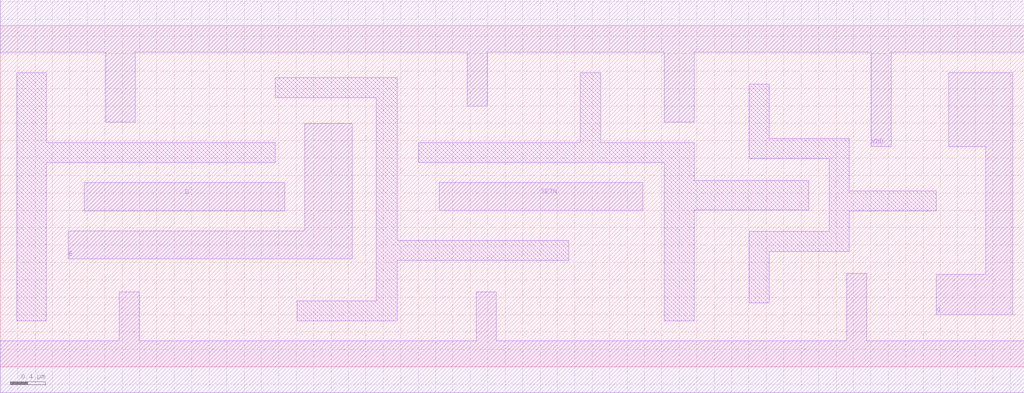
<source format=lef>
# Copyright 2022 GlobalFoundries PDK Authors
#
# Licensed under the Apache License, Version 2.0 (the "License");
# you may not use this file except in compliance with the License.
# You may obtain a copy of the License at
#
#      http://www.apache.org/licenses/LICENSE-2.0
#
# Unless required by applicable law or agreed to in writing, software
# distributed under the License is distributed on an "AS IS" BASIS,
# WITHOUT WARRANTIES OR CONDITIONS OF ANY KIND, either express or implied.
# See the License for the specific language governing permissions and
# limitations under the License.

MACRO gf180mcu_fd_sc_mcu7t5v0__latsnq_1
  CLASS core ;
  FOREIGN gf180mcu_fd_sc_mcu7t5v0__latsnq_1 0.0 0.0 ;
  ORIGIN 0 0 ;
  SYMMETRY X Y ;
  SITE GF018hv5v_mcu_sc7 ;
  SIZE 11.76 BY 3.92 ;
  PIN D
    DIRECTION INPUT ;
    ANTENNAGATEAREA 0.552 ;
    PORT
      LAYER METAL1 ;
        POLYGON 0.965 1.79 3.27 1.79 3.27 2.12 0.965 2.12  ;
    END
  END D
  PIN E
    DIRECTION INPUT ;
    USE clock ;
    ANTENNAGATEAREA 1.2935 ;
    PORT
      LAYER METAL1 ;
        POLYGON 0.78 1.24 4.045 1.24 4.045 2.795 3.5 2.795 3.5 1.56 0.78 1.56  ;
    END
  END E
  PIN SETN
    DIRECTION INPUT ;
    ANTENNAGATEAREA 0.7415 ;
    PORT
      LAYER METAL1 ;
        POLYGON 5.04 1.8 6.53 1.8 7.38 1.8 7.38 2.12 6.53 2.12 5.04 2.12  ;
    END
  END SETN
  PIN Q
    DIRECTION OUTPUT ;
    ANTENNADIFFAREA 0.8976 ;
    PORT
      LAYER METAL1 ;
        POLYGON 10.895 2.53 11.32 2.53 11.32 1.065 10.75 1.065 10.75 0.6 11.63 0.6 11.63 3.38 10.895 3.38  ;
    END
  END Q
  PIN VDD
    DIRECTION INOUT ;
    USE power ;
    SHAPE ABUTMENT ;
    PORT
      LAYER METAL1 ;
        POLYGON 0 3.62 1.21 3.62 1.21 2.815 1.55 2.815 1.55 3.62 3.16 3.62 5.365 3.62 5.365 3 5.595 3 5.595 3.62 7.63 3.62 7.63 2.815 7.97 2.815 7.97 3.62 10.005 3.62 10.005 2.53 10.235 2.53 10.235 3.62 10.75 3.62 11.76 3.62 11.76 4.22 10.75 4.22 3.16 4.22 0 4.22  ;
    END
  END VDD
  PIN VSS
    DIRECTION INOUT ;
    USE ground ;
    SHAPE ABUTMENT ;
    PORT
      LAYER METAL1 ;
        POLYGON 0 -0.3 11.76 -0.3 11.76 0.3 9.955 0.3 9.955 1.075 9.725 1.075 9.725 0.3 5.695 0.3 5.695 0.86 5.465 0.86 5.465 0.3 1.595 0.3 1.595 0.86 1.365 0.86 1.365 0.3 0 0.3  ;
    END
  END VSS
  OBS
      LAYER METAL1 ;
        POLYGON 0.19 0.53 0.53 0.53 0.53 2.35 3.16 2.35 3.16 2.58 0.53 2.58 0.53 3.38 0.19 3.38  ;
        POLYGON 3.16 3.095 4.32 3.095 4.32 0.76 3.41 0.76 3.41 0.53 4.56 0.53 4.56 1.225 6.53 1.225 6.53 1.455 4.56 1.455 4.56 3.325 3.16 3.325  ;
        POLYGON 4.81 2.35 7.63 2.35 7.63 0.53 7.97 0.53 7.97 1.805 9.285 1.805 9.285 2.145 7.97 2.145 7.97 2.58 6.895 2.58 6.895 3.38 6.665 3.38 6.665 2.58 4.81 2.58  ;
        POLYGON 8.605 2.395 9.525 2.395 9.525 1.555 8.605 1.555 8.605 0.735 8.835 0.735 8.835 1.325 9.755 1.325 9.755 1.79 10.75 1.79 10.75 2.02 9.755 2.02 9.755 2.625 8.835 2.625 8.835 3.25 8.605 3.25  ;
  END
END gf180mcu_fd_sc_mcu7t5v0__latsnq_1

</source>
